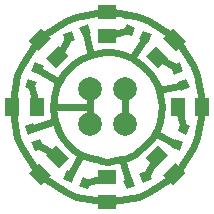
<source format=gtl>
G04 (created by PCBNEW (2013-09-13 BZR 4316)-product) date Sat 14 Sep 2013 06:40:48 PM CEST*
%MOIN*%
G04 Gerber Fmt 3.4, Leading zero omitted, Abs format*
%FSLAX34Y34*%
G01*
G70*
G90*
G04 APERTURE LIST*
%ADD10C,0.005906*%
%ADD11C,0.078740*%
%ADD12R,0.059055X0.047244*%
%ADD13R,0.047244X0.059055*%
%ADD14C,0.035000*%
%ADD15C,0.024000*%
%ADD16C,0.012000*%
G04 APERTURE END LIST*
G54D10*
G54D11*
X28937Y-25000D03*
X28937Y-23818D03*
X30118Y-23818D03*
X30118Y-25000D03*
G54D10*
G36*
X30171Y-21652D02*
X30462Y-21772D01*
X30341Y-22063D01*
X30051Y-21942D01*
X30171Y-21652D01*
X30171Y-21652D01*
G37*
G36*
X30717Y-21878D02*
X31007Y-21998D01*
X30886Y-22288D01*
X30596Y-22168D01*
X30717Y-21878D01*
X30717Y-21878D01*
G37*
G54D12*
X29527Y-21240D03*
X29527Y-22066D03*
X29527Y-27578D03*
X29527Y-26752D03*
G54D13*
X32696Y-24409D03*
X31870Y-24409D03*
X26358Y-24409D03*
X27184Y-24409D03*
G54D10*
G36*
X31726Y-21792D02*
X32144Y-22210D01*
X31810Y-22544D01*
X31392Y-22126D01*
X31726Y-21792D01*
X31726Y-21792D01*
G37*
G36*
X31142Y-22376D02*
X31560Y-22794D01*
X31226Y-23128D01*
X30808Y-22710D01*
X31142Y-22376D01*
X31142Y-22376D01*
G37*
G36*
X32144Y-26608D02*
X31726Y-27026D01*
X31392Y-26692D01*
X31810Y-26274D01*
X32144Y-26608D01*
X32144Y-26608D01*
G37*
G36*
X31560Y-26024D02*
X31142Y-26442D01*
X30808Y-26107D01*
X31226Y-25690D01*
X31560Y-26024D01*
X31560Y-26024D01*
G37*
G36*
X27328Y-27026D02*
X26910Y-26608D01*
X27244Y-26274D01*
X27662Y-26692D01*
X27328Y-27026D01*
X27328Y-27026D01*
G37*
G36*
X27912Y-26442D02*
X27494Y-26024D01*
X27829Y-25690D01*
X28246Y-26107D01*
X27912Y-26442D01*
X27912Y-26442D01*
G37*
G36*
X26910Y-22210D02*
X27328Y-21792D01*
X27662Y-22126D01*
X27244Y-22544D01*
X26910Y-22210D01*
X26910Y-22210D01*
G37*
G36*
X27494Y-22794D02*
X27912Y-22376D01*
X28246Y-22710D01*
X27829Y-23128D01*
X27494Y-22794D01*
X27494Y-22794D01*
G37*
G36*
X28883Y-27166D02*
X28593Y-27045D01*
X28713Y-26755D01*
X29003Y-26875D01*
X28883Y-27166D01*
X28883Y-27166D01*
G37*
G36*
X28338Y-26940D02*
X28047Y-26820D01*
X28168Y-26530D01*
X28458Y-26650D01*
X28338Y-26940D01*
X28338Y-26940D01*
G37*
G36*
X32284Y-25053D02*
X32164Y-25343D01*
X31873Y-25223D01*
X31994Y-24933D01*
X32284Y-25053D01*
X32284Y-25053D01*
G37*
G36*
X32058Y-25598D02*
X31938Y-25889D01*
X31648Y-25768D01*
X31768Y-25478D01*
X32058Y-25598D01*
X32058Y-25598D01*
G37*
G36*
X26770Y-23765D02*
X26891Y-23474D01*
X27181Y-23595D01*
X27061Y-23885D01*
X26770Y-23765D01*
X26770Y-23765D01*
G37*
G36*
X26996Y-23219D02*
X27116Y-22929D01*
X27406Y-23050D01*
X27286Y-23340D01*
X26996Y-23219D01*
X26996Y-23219D01*
G37*
G36*
X31937Y-22928D02*
X32057Y-23218D01*
X31767Y-23338D01*
X31647Y-23048D01*
X31937Y-22928D01*
X31937Y-22928D01*
G37*
G36*
X32163Y-23473D02*
X32283Y-23763D01*
X31993Y-23883D01*
X31873Y-23593D01*
X32163Y-23473D01*
X32163Y-23473D01*
G37*
G36*
X31008Y-26819D02*
X30718Y-26939D01*
X30598Y-26649D01*
X30888Y-26529D01*
X31008Y-26819D01*
X31008Y-26819D01*
G37*
G36*
X30463Y-27045D02*
X30173Y-27165D01*
X30053Y-26875D01*
X30343Y-26755D01*
X30463Y-27045D01*
X30463Y-27045D01*
G37*
G36*
X27117Y-25890D02*
X26997Y-25600D01*
X27287Y-25480D01*
X27407Y-25770D01*
X27117Y-25890D01*
X27117Y-25890D01*
G37*
G36*
X26891Y-25345D02*
X26771Y-25055D01*
X27061Y-24935D01*
X27181Y-25225D01*
X26891Y-25345D01*
X26891Y-25345D01*
G37*
G36*
X28046Y-21999D02*
X28336Y-21879D01*
X28456Y-22169D01*
X28166Y-22289D01*
X28046Y-21999D01*
X28046Y-21999D01*
G37*
G36*
X28591Y-21773D02*
X28881Y-21653D01*
X29001Y-21943D01*
X28711Y-22063D01*
X28591Y-21773D01*
X28591Y-21773D01*
G37*
G54D14*
X26338Y-24389D03*
X32696Y-24389D03*
G54D15*
X31279Y-24921D02*
X31338Y-24389D01*
X31338Y-24389D02*
X31259Y-23858D01*
X32078Y-23678D02*
X31259Y-23858D01*
X31853Y-25683D02*
X31120Y-25291D01*
X30258Y-26960D02*
X30010Y-26163D01*
X28253Y-26735D02*
X28644Y-26004D01*
X26976Y-25140D02*
X27775Y-24881D01*
X27201Y-23135D02*
X27923Y-23576D01*
X28796Y-21858D02*
X28972Y-22681D01*
X30802Y-22083D02*
X30354Y-22795D01*
X29566Y-26240D02*
X29329Y-26208D01*
G54D16*
X30866Y-23169D02*
X30894Y-23208D01*
G54D15*
X30894Y-23208D02*
X31023Y-23385D01*
X31023Y-23385D02*
X31181Y-23641D01*
X31181Y-23641D02*
X31259Y-23858D01*
X31279Y-24921D02*
X31181Y-25196D01*
X31181Y-25196D02*
X31120Y-25291D01*
X31120Y-25291D02*
X31043Y-25413D01*
X31043Y-25413D02*
X30846Y-25649D01*
X30846Y-25649D02*
X30683Y-25798D01*
X30683Y-25798D02*
X30610Y-25866D01*
X30610Y-25866D02*
X30413Y-26003D01*
X30413Y-26003D02*
X30118Y-26141D01*
X30118Y-26141D02*
X30010Y-26163D01*
X30010Y-26163D02*
X29822Y-26200D01*
X29822Y-26200D02*
X29566Y-26240D01*
G54D16*
X29329Y-26208D02*
X29271Y-26200D01*
G54D15*
X29271Y-26200D02*
X28976Y-26122D01*
X28976Y-26122D02*
X28644Y-26004D01*
G54D16*
X28644Y-26004D02*
X28641Y-26003D01*
G54D15*
X28641Y-26003D02*
X28346Y-25807D01*
X28346Y-25807D02*
X28140Y-25586D01*
X28140Y-25586D02*
X28070Y-25511D01*
X28070Y-25511D02*
X27913Y-25255D01*
X27913Y-25255D02*
X27803Y-24956D01*
X27803Y-24956D02*
X27775Y-24881D01*
X27775Y-24881D02*
X27716Y-24488D01*
X27716Y-24488D02*
X27736Y-24074D01*
X27736Y-24074D02*
X27854Y-23700D01*
X27854Y-23700D02*
X27923Y-23576D01*
X27923Y-23576D02*
X28051Y-23346D01*
X28051Y-23346D02*
X28346Y-23031D01*
X28346Y-23031D02*
X28661Y-22814D01*
X28661Y-22814D02*
X28972Y-22681D01*
X28972Y-22681D02*
X28978Y-22679D01*
X28978Y-22679D02*
X29074Y-22637D01*
X29074Y-22637D02*
X29448Y-22578D01*
X29448Y-22578D02*
X29685Y-22578D01*
X29685Y-22578D02*
X30019Y-22657D01*
X30019Y-22657D02*
X30354Y-22795D01*
X30354Y-22795D02*
X30629Y-22972D01*
X30629Y-22972D02*
X30866Y-23169D01*
X28937Y-24429D02*
X27775Y-24429D01*
X27775Y-24429D02*
X27716Y-24488D01*
X28937Y-23818D02*
X28937Y-24429D01*
X28937Y-24429D02*
X28937Y-25000D01*
X29527Y-26752D02*
X28798Y-26960D01*
X31870Y-24409D02*
X32079Y-25138D01*
X27184Y-24409D02*
X26976Y-23680D01*
X31184Y-22752D02*
X31852Y-23133D01*
X31184Y-26066D02*
X30803Y-26734D01*
X27870Y-26066D02*
X27202Y-25685D01*
X27870Y-22752D02*
X28251Y-22084D01*
X29527Y-22066D02*
X30256Y-21857D01*
G54D16*
X26338Y-24389D02*
X26358Y-24409D01*
X26358Y-24409D02*
X26358Y-24409D01*
G54D15*
X32696Y-24389D02*
X32696Y-24390D01*
X32696Y-24390D02*
X32696Y-24409D01*
X28486Y-21415D02*
X29340Y-21259D01*
X29340Y-21259D02*
X29714Y-21259D01*
X27412Y-22030D02*
X28141Y-21558D01*
X27148Y-22294D02*
X27412Y-22030D01*
X26676Y-23023D02*
X27148Y-22294D01*
X26533Y-23368D02*
X26676Y-23023D01*
X26377Y-24222D02*
X26533Y-23368D01*
X26377Y-24596D02*
X26377Y-24222D01*
X26533Y-25450D02*
X26377Y-24596D01*
X26676Y-25795D02*
X26533Y-25450D01*
X27148Y-26524D02*
X26676Y-25795D01*
X27412Y-26788D02*
X27148Y-26524D01*
X28141Y-27260D02*
X27412Y-26788D01*
X28486Y-27403D02*
X28141Y-27260D01*
X29340Y-27559D02*
X28486Y-27403D01*
X29714Y-27559D02*
X29340Y-27559D01*
X30568Y-27403D02*
X29714Y-27559D01*
X30913Y-27260D02*
X30568Y-27403D01*
X31642Y-26788D02*
X30913Y-27260D01*
X31906Y-26524D02*
X31642Y-26788D01*
X32378Y-25795D02*
X31906Y-26524D01*
X32521Y-25450D02*
X32378Y-25795D01*
X32677Y-24596D02*
X32521Y-25450D01*
X32677Y-24222D02*
X32677Y-24409D01*
X32677Y-24409D02*
X32677Y-24596D01*
X32521Y-23368D02*
X32677Y-24222D01*
X32378Y-23023D02*
X32521Y-23368D01*
X31906Y-22294D02*
X32378Y-23023D01*
X31642Y-22030D02*
X31906Y-22294D01*
X29714Y-21259D02*
X30118Y-21333D01*
X30118Y-21338D02*
X30119Y-21337D01*
X30119Y-21337D02*
X30119Y-21333D01*
X30119Y-21333D02*
X30118Y-21334D01*
X30118Y-21334D02*
X30118Y-21338D01*
X30118Y-21338D02*
X30118Y-21333D01*
X28141Y-21558D02*
X28486Y-21415D01*
X30913Y-21558D02*
X31642Y-22030D01*
X30568Y-21415D02*
X30913Y-21558D01*
X30118Y-21333D02*
X30568Y-21415D01*
X30118Y-23818D02*
X30118Y-24409D01*
X30118Y-24409D02*
X30118Y-25000D01*
M02*

</source>
